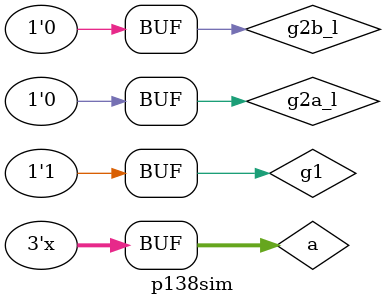
<source format=v>
`timescale 1ns / 1ps


module p138sim();
reg g1;
reg g2a_l;
reg g2b_l;
reg[2:0] a;
wire[7:0] y_l;
p138 v74x138(g1,g2a_l,g2b_l,a,y_l);
initial begin
    g1=0;
    g2a_l=0;
    g2b_l=0;
    a=0;
    #100;
    g1=1;
    g2a_l=0;
    g2b_l=0;
end;
always #100 a=a+1;
endmodule

</source>
